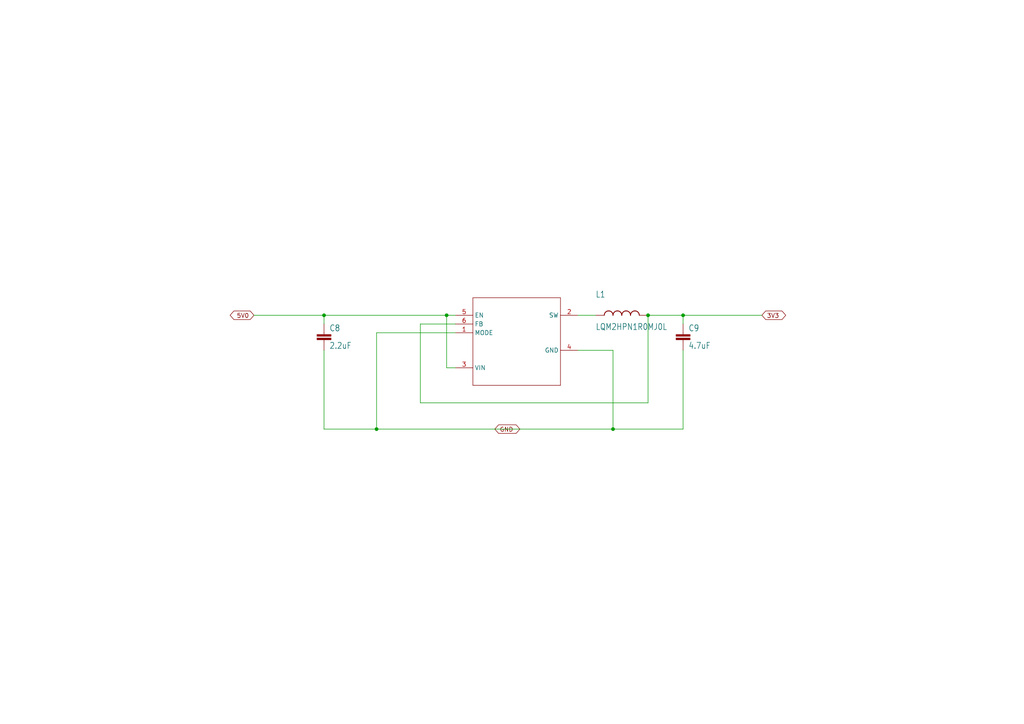
<source format=kicad_sch>
(kicad_sch (version 20231120) (generator "eeschema") (generator_version "8.0")
  (paper "A4")
  (lib_symbols
    (symbol "pokeymax4-eagle-import:C-EUC0402"
      (property "Reference" "C" (at 1.524 0.381 0))
      (symbol "C-EUC0402_1_0"
        (rectangle (start -2.032 -2.032) (end 2.032 -1.524) (fill (type outline)))
        (rectangle (start -2.032 -1.016) (end 2.032 -0.508) (fill (type outline)))
        (polyline (pts (xy 0 -2.54) (xy 0 -2.032)) (stroke (width 0.1524)))
        (polyline (pts (xy 0 0) (xy 0 -0.508)) (stroke (width 0.1524)))
        (pin passive line (at 0 2.54 270) (length 2.54) (name "1") (number "1"))
        (pin passive line (at 0 -5.08 90) (length 2.54) (name "2") (number "2"))
      )
    )
    (symbol "pokeymax4-eagle-import:LQM2HPN1R0MJ0L"
      (property "Reference" "L" (at -7.6315 5.0877 0))
      (symbol "LQM2HPN1R0MJ0L_1_0"
        (arc (start -3.81 1.27) (mid -4.708 0.898) (end -5.08 0) (stroke (width 0.254)))
        (arc (start -2.54 0) (mid -2.912 0.898) (end -3.81 1.27) (stroke (width 0.254)))
        (arc (start -1.27 1.27) (mid -2.168 0.898) (end -2.54 0) (stroke (width 0.254)))
        (arc (start 0 0) (mid -0.372 0.898) (end -1.27 1.27) (stroke (width 0.254)))
        (arc (start 1.27 1.27) (mid 0.372 0.898) (end 0 0) (stroke (width 0.254)))
        (arc (start 2.54 0) (mid 2.168 0.898) (end 1.27 1.27) (stroke (width 0.254)))
        (arc (start 3.81 1.27) (mid 2.912 0.898) (end 2.54 0) (stroke (width 0.254)))
        (arc (start 5.08 0) (mid 4.708 0.898) (end 3.81 1.27) (stroke (width 0.254)))
        (pin passive line (at -7.62 0 0) (length 2.54) (name "1") (number "1"))
        (pin passive line (at 7.62 0 180) (length 2.54) (name "2") (number "2"))
      )
    )
    (symbol "pokeymax4-eagle-import:TPS62237DRYR"
      (symbol "TPS62237DRYR_1_0"
        (polyline (pts (xy 7.62 -20.32) (xy 33.02 -20.32)) (stroke (width 0.1524)))
        (polyline (pts (xy 7.62 5.08) (xy 7.62 -20.32)) (stroke (width 0.1524)))
        (polyline (pts (xy 33.02 -20.32) (xy 33.02 5.08)) (stroke (width 0.1524)))
        (polyline (pts (xy 33.02 5.08) (xy 7.62 5.08)) (stroke (width 0.1524)))
        (pin input line (at 2.54 -5.08 0) (length 5.08) (name "MODE") (number "1"))
        (pin output line (at 38.1 0 180) (length 5.08) (name "SW") (number "2"))
        (pin power_in line (at 2.54 -15.24 0) (length 5.08) (name "VIN") (number "3"))
        (pin power_in line (at 38.1 -10.16 180) (length 5.08) (name "GND") (number "4"))
        (pin input line (at 2.54 0 0) (length 5.08) (name "EN") (number "5"))
        (pin input line (at 2.54 -2.54 0) (length 5.08) (name "FB") (number "6"))
      )
    )
  )
  (junction (at 109.22 124.46))
  (junction (at 198.12 91.44))
  (junction (at 187.96 91.44))
  (junction (at 177.8 124.46))
  (junction (at 93.98 91.44))
  (junction (at 129.54 91.44))
  (wire (pts (xy 73.66 91.44) (xy 93.98 91.44)) (stroke (width 0.1524)))
  (wire (pts (xy 198.12 124.46) (xy 198.12 101.6)) (stroke (width 0.1524)))
  (wire (pts (xy 132.08 96.52) (xy 109.22 96.52)) (stroke (width 0.1524)))
  (wire (pts (xy 177.8 101.6) (xy 177.8 124.46)) (stroke (width 0.1524)))
  (wire (pts (xy 121.92 116.84) (xy 187.96 116.84)) (stroke (width 0.1524)))
  (wire (pts (xy 220.98 91.44) (xy 198.12 91.44)) (stroke (width 0.1524)))
  (wire (pts (xy 129.54 91.44) (xy 93.98 91.44)) (stroke (width 0.1524)))
  (wire (pts (xy 121.92 93.98) (xy 132.08 93.98)) (stroke (width 0.1524)))
  (wire (pts (xy 187.96 116.84) (xy 187.96 91.44)) (stroke (width 0.1524)))
  (wire (pts (xy 167.64 101.6) (xy 177.8 101.6)) (stroke (width 0.1524)))
  (wire (pts (xy 121.92 93.98) (xy 121.92 116.84)) (stroke (width 0.1524)))
  (wire (pts (xy 109.22 96.52) (xy 109.22 124.46)) (stroke (width 0.1524)))
  (wire (pts (xy 177.8 124.46) (xy 198.12 124.46)) (stroke (width 0.1524)))
  (wire (pts (xy 198.12 93.98) (xy 198.12 91.44)) (stroke (width 0.1524)))
  (wire (pts (xy 167.64 91.44) (xy 172.72 91.44)) (stroke (width 0.1524)))
  (wire (pts (xy 187.96 91.44) (xy 198.12 91.44)) (stroke (width 0.1524)))
  (wire (pts (xy 93.98 124.46) (xy 93.98 101.6)) (stroke (width 0.1524)))
  (wire (pts (xy 129.54 91.44) (xy 132.08 91.44)) (stroke (width 0.1524)))
  (wire (pts (xy 93.98 93.98) (xy 93.98 91.44)) (stroke (width 0.1524)))
  (wire (pts (xy 109.22 124.46) (xy 93.98 124.46)) (stroke (width 0.1524)))
  (wire (pts (xy 109.22 124.46) (xy 177.8 124.46)) (stroke (width 0.1524)))
  (wire (pts (xy 129.54 106.68) (xy 129.54 91.44)) (stroke (width 0.1524)))
  (wire (pts (xy 132.08 106.68) (xy 129.54 106.68)) (stroke (width 0.1524)))
  (global_label "3V3" (shape bidirectional) (at 220.98 91.44 0) (effects (font (size 1.2446 1.2446))) (property "Intersheetrefs" "${INTERSHEET_REFS}" (effects (hide yes))))
  (global_label "5V0" (shape bidirectional) (at 73.66 91.44 180) (effects (font (size 1.2446 1.2446))) (property "Intersheetrefs" "${INTERSHEET_REFS}" (effects (hide yes))))
  (global_label "GND" (shape bidirectional) (at 143.51 124.46 0) (effects (font (size 1.2446 1.2446))) (property "Intersheetrefs" "${INTERSHEET_REFS}" (effects (hide yes))))
  (symbol (lib_id "pokeymax4-eagle-import:LQM2HPN1R0MJ0L") (at 180.34 91.44 0) (unit 1)
    (property "Reference" "L1" (at 172.7085 86.3523 0) (effects (font (size 1.7807 1.5135)) (justify left bottom)))
    (property "Value" "LQM2HPN1R0MJ0L" (at 172.7196 95.7582 0) (effects (font (size 1.7781 1.5113)) (justify left bottom)))
    (property "Footprint" "pokeymax4:INDC1008X04" (effects (hide yes)))
    (property "LCSC Part #" "C216157" (effects (hide yes)))
  )
  (symbol (lib_id "pokeymax4-eagle-import:C-EUC0402") (at 93.98 96.52 0) (unit 1)
    (property "Reference" "C8" (at 95.504 96.139 0) (effects (font (size 1.778 1.5113)) (justify left bottom)))
    (property "Value" "2.2uF" (at 95.504 101.219 0) (effects (font (size 1.778 1.5113)) (justify left bottom)))
    (property "Footprint" "pokeymax4:C0402" (effects (hide yes)))
    (property "LCSC Part #" "C12530" (effects (hide yes)))
  )
  (symbol (lib_id "pokeymax4-eagle-import:TPS62237DRYR") (at 129.54 91.44 0) (unit 1)
    (property "Reference" "REG1" (effects (hide yes)))
    (property "Value" "TPS62237DRYR" (effects (hide yes)))
    (property "Footprint" "pokeymax4:DRY6" (effects (hide yes)))
    (property "LCSC Part #" "C398923" (effects (hide yes)))
    (property "JLCPCB Rotation Offset" "270" (effects (hide yes)))
  )
  (symbol (lib_id "pokeymax4-eagle-import:C-EUC0402") (at 198.12 96.52 0) (unit 1)
    (property "Reference" "C9" (at 199.644 96.139 0) (effects (font (size 1.778 1.5113)) (justify left bottom)))
    (property "Value" "4.7uF" (at 199.644 101.219 0) (effects (font (size 1.778 1.5113)) (justify left bottom)))
    (property "Footprint" "pokeymax4:C0402" (effects (hide yes)))
    (property "LCSC Part #" " C23733" (effects (hide yes)))
  )
)
</source>
